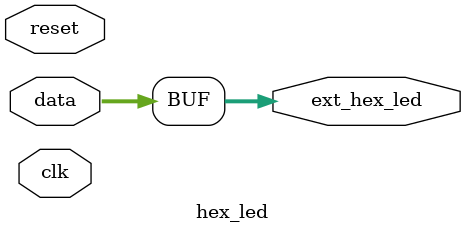
<source format=v>
/*
  Copyright (c) 2015, miya
  All rights reserved.

  Redistribution and use in source and binary forms, with or without modification, are permitted provided that the following conditions are met:

  1. Redistributions of source code must retain the above copyright notice, this list of conditions and the following disclaimer.

  2. Redistributions in binary form must reproduce the above copyright notice, this list of conditions and the following disclaimer in the documentation and/or other materials provided with the distribution.
 
  THIS SOFTWARE IS PROVIDED BY THE COPYRIGHT HOLDERS AND CONTRIBUTORS "AS IS" AND ANY EXPRESS OR IMPLIED WARRANTIES, INCLUDING, BUT NOT LIMITED TO, THE IMPLIED WARRANTIES OF MERCHANTABILITY AND FITNESS FOR A PARTICULAR PURPOSE ARE DISCLAIMED.
  IN NO EVENT SHALL THE COPYRIGHT OWNER OR CONTRIBUTORS BE LIABLE FOR ANY DIRECT, INDIRECT, INCIDENTAL, SPECIAL, EXEMPLARY, OR CONSEQUENTIAL DAMAGES (INCLUDING, BUT NOT LIMITED TO,
  PROCUREMENT OF SUBSTITUTE GOODS OR SERVICES; LOSS OF USE, DATA, OR PROFITS; OR BUSINESS INTERRUPTION) HOWEVER CAUSED AND ON ANY THEORY OF LIABILITY, WHETHER IN CONTRACT, STRICT LIABILITY, OR TORT (INCLUDING NEGLIGENCE OR OTHERWISE) ARISING IN ANY WAY OUT OF THE USE OF THIS SOFTWARE, EVEN IF ADVISED OF THE POSSIBILITY OF SUCH DAMAGE.
*/

module hex_led
  (
   input                clk,
   input                reset,
   input signed [31:0]  data,
   output signed [31:0] ext_hex_led
   );

  assign ext_hex_led = data;

endmodule

</source>
